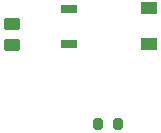
<source format=gtp>
G04 #@! TF.GenerationSoftware,KiCad,Pcbnew,(6.0.2-0)*
G04 #@! TF.CreationDate,2022-08-03T13:24:13+02:00*
G04 #@! TF.ProjectId,optical-amoeba,6f707469-6361-46c2-9d61-6d6f6562612e,rev?*
G04 #@! TF.SameCoordinates,Original*
G04 #@! TF.FileFunction,Paste,Top*
G04 #@! TF.FilePolarity,Positive*
%FSLAX46Y46*%
G04 Gerber Fmt 4.6, Leading zero omitted, Abs format (unit mm)*
G04 Created by KiCad (PCBNEW (6.0.2-0)) date 2022-08-03 13:24:13*
%MOMM*%
%LPD*%
G01*
G04 APERTURE LIST*
G04 Aperture macros list*
%AMRoundRect*
0 Rectangle with rounded corners*
0 $1 Rounding radius*
0 $2 $3 $4 $5 $6 $7 $8 $9 X,Y pos of 4 corners*
0 Add a 4 corners polygon primitive as box body*
4,1,4,$2,$3,$4,$5,$6,$7,$8,$9,$2,$3,0*
0 Add four circle primitives for the rounded corners*
1,1,$1+$1,$2,$3*
1,1,$1+$1,$4,$5*
1,1,$1+$1,$6,$7*
1,1,$1+$1,$8,$9*
0 Add four rect primitives between the rounded corners*
20,1,$1+$1,$2,$3,$4,$5,0*
20,1,$1+$1,$4,$5,$6,$7,0*
20,1,$1+$1,$6,$7,$8,$9,0*
20,1,$1+$1,$8,$9,$2,$3,0*%
G04 Aperture macros list end*
%ADD10RoundRect,0.250000X0.450000X-0.262500X0.450000X0.262500X-0.450000X0.262500X-0.450000X-0.262500X0*%
%ADD11RoundRect,0.200000X0.200000X0.275000X-0.200000X0.275000X-0.200000X-0.275000X0.200000X-0.275000X0*%
%ADD12R,1.400000X0.800000*%
%ADD13R,1.400000X1.000000*%
G04 APERTURE END LIST*
D10*
X91800000Y-101612500D03*
X91800000Y-99787500D03*
D11*
X100725000Y-108300000D03*
X99075000Y-108300000D03*
D12*
X96600000Y-98512500D03*
X96600000Y-101512500D03*
D13*
X103400000Y-98500000D03*
X103400000Y-101500000D03*
M02*

</source>
